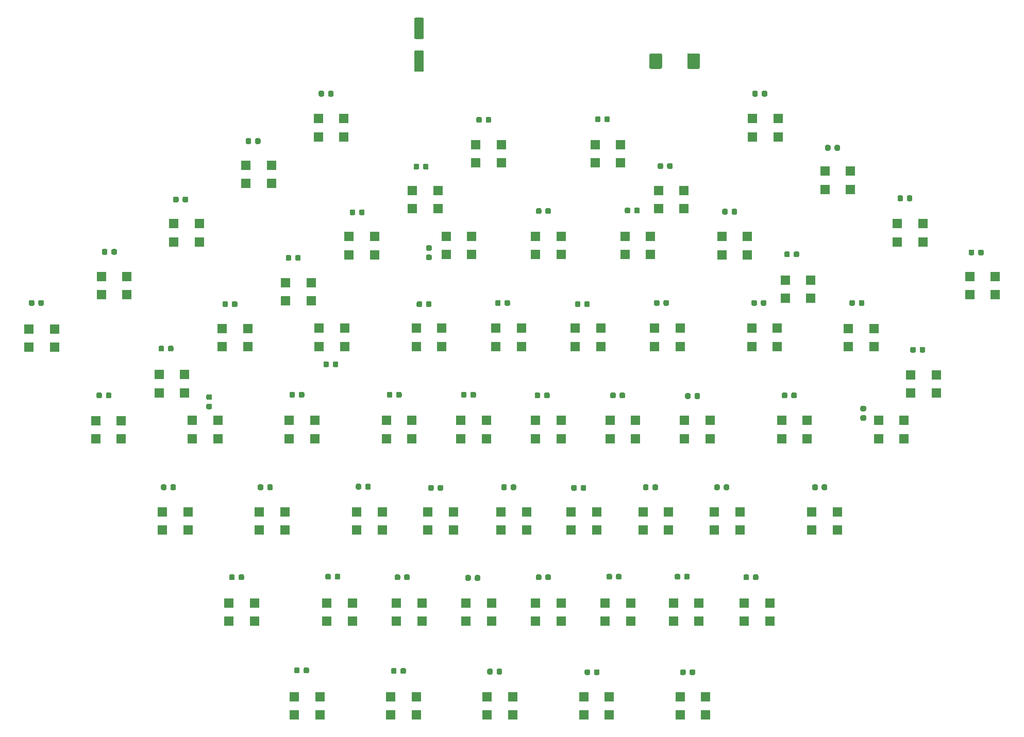
<source format=gbr>
%TF.GenerationSoftware,KiCad,Pcbnew,(5.1.7-0-10_14)*%
%TF.CreationDate,2021-04-06T14:55:12+02:00*%
%TF.ProjectId,MDMA,4d444d41-2e6b-4696-9361-645f70636258,rev?*%
%TF.SameCoordinates,Original*%
%TF.FileFunction,Paste,Top*%
%TF.FilePolarity,Positive*%
%FSLAX46Y46*%
G04 Gerber Fmt 4.6, Leading zero omitted, Abs format (unit mm)*
G04 Created by KiCad (PCBNEW (5.1.7-0-10_14)) date 2021-04-06 14:55:12*
%MOMM*%
%LPD*%
G01*
G04 APERTURE LIST*
%ADD10R,1.500000X1.500000*%
G04 APERTURE END LIST*
%TO.C,C64*%
G36*
G01*
X167975000Y-64925000D02*
X167975000Y-62875000D01*
G75*
G02*
X168225000Y-62625000I250000J0D01*
G01*
X169800000Y-62625000D01*
G75*
G02*
X170050000Y-62875000I0J-250000D01*
G01*
X170050000Y-64925000D01*
G75*
G02*
X169800000Y-65175000I-250000J0D01*
G01*
X168225000Y-65175000D01*
G75*
G02*
X167975000Y-64925000I0J250000D01*
G01*
G37*
G36*
G01*
X161750000Y-64925000D02*
X161750000Y-62875000D01*
G75*
G02*
X162000000Y-62625000I250000J0D01*
G01*
X163575000Y-62625000D01*
G75*
G02*
X163825000Y-62875000I0J-250000D01*
G01*
X163825000Y-64925000D01*
G75*
G02*
X163575000Y-65175000I-250000J0D01*
G01*
X162000000Y-65175000D01*
G75*
G02*
X161750000Y-64925000I0J250000D01*
G01*
G37*
%TD*%
%TO.C,C63*%
G36*
G01*
X124450000Y-60250000D02*
X123350000Y-60250000D01*
G75*
G02*
X123100000Y-60000000I0J250000D01*
G01*
X123100000Y-57000000D01*
G75*
G02*
X123350000Y-56750000I250000J0D01*
G01*
X124450000Y-56750000D01*
G75*
G02*
X124700000Y-57000000I0J-250000D01*
G01*
X124700000Y-60000000D01*
G75*
G02*
X124450000Y-60250000I-250000J0D01*
G01*
G37*
G36*
G01*
X124450000Y-65650000D02*
X123350000Y-65650000D01*
G75*
G02*
X123100000Y-65400000I0J250000D01*
G01*
X123100000Y-62400000D01*
G75*
G02*
X123350000Y-62150000I250000J0D01*
G01*
X124450000Y-62150000D01*
G75*
G02*
X124700000Y-62400000I0J-250000D01*
G01*
X124700000Y-65400000D01*
G75*
G02*
X124450000Y-65650000I-250000J0D01*
G01*
G37*
%TD*%
%TO.C,C1*%
G36*
G01*
X168365000Y-164600000D02*
X168365000Y-164100000D01*
G75*
G02*
X168590000Y-163875000I225000J0D01*
G01*
X169040000Y-163875000D01*
G75*
G02*
X169265000Y-164100000I0J-225000D01*
G01*
X169265000Y-164600000D01*
G75*
G02*
X169040000Y-164825000I-225000J0D01*
G01*
X168590000Y-164825000D01*
G75*
G02*
X168365000Y-164600000I0J225000D01*
G01*
G37*
G36*
G01*
X166815000Y-164600000D02*
X166815000Y-164100000D01*
G75*
G02*
X167040000Y-163875000I225000J0D01*
G01*
X167490000Y-163875000D01*
G75*
G02*
X167715000Y-164100000I0J-225000D01*
G01*
X167715000Y-164600000D01*
G75*
G02*
X167490000Y-164825000I-225000J0D01*
G01*
X167040000Y-164825000D01*
G75*
G02*
X166815000Y-164600000I0J225000D01*
G01*
G37*
%TD*%
%TO.C,C2*%
G36*
G01*
X152665000Y-164600000D02*
X152665000Y-164100000D01*
G75*
G02*
X152890000Y-163875000I225000J0D01*
G01*
X153340000Y-163875000D01*
G75*
G02*
X153565000Y-164100000I0J-225000D01*
G01*
X153565000Y-164600000D01*
G75*
G02*
X153340000Y-164825000I-225000J0D01*
G01*
X152890000Y-164825000D01*
G75*
G02*
X152665000Y-164600000I0J225000D01*
G01*
G37*
G36*
G01*
X151115000Y-164600000D02*
X151115000Y-164100000D01*
G75*
G02*
X151340000Y-163875000I225000J0D01*
G01*
X151790000Y-163875000D01*
G75*
G02*
X152015000Y-164100000I0J-225000D01*
G01*
X152015000Y-164600000D01*
G75*
G02*
X151790000Y-164825000I-225000J0D01*
G01*
X151340000Y-164825000D01*
G75*
G02*
X151115000Y-164600000I0J225000D01*
G01*
G37*
%TD*%
%TO.C,C3*%
G36*
G01*
X162265000Y-134200000D02*
X162265000Y-133700000D01*
G75*
G02*
X162490000Y-133475000I225000J0D01*
G01*
X162940000Y-133475000D01*
G75*
G02*
X163165000Y-133700000I0J-225000D01*
G01*
X163165000Y-134200000D01*
G75*
G02*
X162940000Y-134425000I-225000J0D01*
G01*
X162490000Y-134425000D01*
G75*
G02*
X162265000Y-134200000I0J225000D01*
G01*
G37*
G36*
G01*
X160715000Y-134200000D02*
X160715000Y-133700000D01*
G75*
G02*
X160940000Y-133475000I225000J0D01*
G01*
X161390000Y-133475000D01*
G75*
G02*
X161615000Y-133700000I0J-225000D01*
G01*
X161615000Y-134200000D01*
G75*
G02*
X161390000Y-134425000I-225000J0D01*
G01*
X160940000Y-134425000D01*
G75*
G02*
X160715000Y-134200000I0J225000D01*
G01*
G37*
%TD*%
%TO.C,C4*%
G36*
G01*
X136665000Y-164500000D02*
X136665000Y-164000000D01*
G75*
G02*
X136890000Y-163775000I225000J0D01*
G01*
X137340000Y-163775000D01*
G75*
G02*
X137565000Y-164000000I0J-225000D01*
G01*
X137565000Y-164500000D01*
G75*
G02*
X137340000Y-164725000I-225000J0D01*
G01*
X136890000Y-164725000D01*
G75*
G02*
X136665000Y-164500000I0J225000D01*
G01*
G37*
G36*
G01*
X135115000Y-164500000D02*
X135115000Y-164000000D01*
G75*
G02*
X135340000Y-163775000I225000J0D01*
G01*
X135790000Y-163775000D01*
G75*
G02*
X136015000Y-164000000I0J-225000D01*
G01*
X136015000Y-164500000D01*
G75*
G02*
X135790000Y-164725000I-225000J0D01*
G01*
X135340000Y-164725000D01*
G75*
G02*
X135115000Y-164500000I0J225000D01*
G01*
G37*
%TD*%
%TO.C,C5*%
G36*
G01*
X173965000Y-134200000D02*
X173965000Y-133700000D01*
G75*
G02*
X174190000Y-133475000I225000J0D01*
G01*
X174640000Y-133475000D01*
G75*
G02*
X174865000Y-133700000I0J-225000D01*
G01*
X174865000Y-134200000D01*
G75*
G02*
X174640000Y-134425000I-225000J0D01*
G01*
X174190000Y-134425000D01*
G75*
G02*
X173965000Y-134200000I0J225000D01*
G01*
G37*
G36*
G01*
X172415000Y-134200000D02*
X172415000Y-133700000D01*
G75*
G02*
X172640000Y-133475000I225000J0D01*
G01*
X173090000Y-133475000D01*
G75*
G02*
X173315000Y-133700000I0J-225000D01*
G01*
X173315000Y-134200000D01*
G75*
G02*
X173090000Y-134425000I-225000J0D01*
G01*
X172640000Y-134425000D01*
G75*
G02*
X172415000Y-134200000I0J225000D01*
G01*
G37*
%TD*%
%TO.C,C6*%
G36*
G01*
X150465000Y-134300000D02*
X150465000Y-133800000D01*
G75*
G02*
X150690000Y-133575000I225000J0D01*
G01*
X151140000Y-133575000D01*
G75*
G02*
X151365000Y-133800000I0J-225000D01*
G01*
X151365000Y-134300000D01*
G75*
G02*
X151140000Y-134525000I-225000J0D01*
G01*
X150690000Y-134525000D01*
G75*
G02*
X150465000Y-134300000I0J225000D01*
G01*
G37*
G36*
G01*
X148915000Y-134300000D02*
X148915000Y-133800000D01*
G75*
G02*
X149140000Y-133575000I225000J0D01*
G01*
X149590000Y-133575000D01*
G75*
G02*
X149815000Y-133800000I0J-225000D01*
G01*
X149815000Y-134300000D01*
G75*
G02*
X149590000Y-134525000I-225000J0D01*
G01*
X149140000Y-134525000D01*
G75*
G02*
X148915000Y-134300000I0J225000D01*
G01*
G37*
%TD*%
%TO.C,C7*%
G36*
G01*
X120865000Y-164400000D02*
X120865000Y-163900000D01*
G75*
G02*
X121090000Y-163675000I225000J0D01*
G01*
X121540000Y-163675000D01*
G75*
G02*
X121765000Y-163900000I0J-225000D01*
G01*
X121765000Y-164400000D01*
G75*
G02*
X121540000Y-164625000I-225000J0D01*
G01*
X121090000Y-164625000D01*
G75*
G02*
X120865000Y-164400000I0J225000D01*
G01*
G37*
G36*
G01*
X119315000Y-164400000D02*
X119315000Y-163900000D01*
G75*
G02*
X119540000Y-163675000I225000J0D01*
G01*
X119990000Y-163675000D01*
G75*
G02*
X120215000Y-163900000I0J-225000D01*
G01*
X120215000Y-164400000D01*
G75*
G02*
X119990000Y-164625000I-225000J0D01*
G01*
X119540000Y-164625000D01*
G75*
G02*
X119315000Y-164400000I0J225000D01*
G01*
G37*
%TD*%
%TO.C,C8*%
G36*
G01*
X190065000Y-134200000D02*
X190065000Y-133700000D01*
G75*
G02*
X190290000Y-133475000I225000J0D01*
G01*
X190740000Y-133475000D01*
G75*
G02*
X190965000Y-133700000I0J-225000D01*
G01*
X190965000Y-134200000D01*
G75*
G02*
X190740000Y-134425000I-225000J0D01*
G01*
X190290000Y-134425000D01*
G75*
G02*
X190065000Y-134200000I0J225000D01*
G01*
G37*
G36*
G01*
X188515000Y-134200000D02*
X188515000Y-133700000D01*
G75*
G02*
X188740000Y-133475000I225000J0D01*
G01*
X189190000Y-133475000D01*
G75*
G02*
X189415000Y-133700000I0J-225000D01*
G01*
X189415000Y-134200000D01*
G75*
G02*
X189190000Y-134425000I-225000J0D01*
G01*
X188740000Y-134425000D01*
G75*
G02*
X188515000Y-134200000I0J225000D01*
G01*
G37*
%TD*%
%TO.C,C9*%
G36*
G01*
X138965000Y-134200000D02*
X138965000Y-133700000D01*
G75*
G02*
X139190000Y-133475000I225000J0D01*
G01*
X139640000Y-133475000D01*
G75*
G02*
X139865000Y-133700000I0J-225000D01*
G01*
X139865000Y-134200000D01*
G75*
G02*
X139640000Y-134425000I-225000J0D01*
G01*
X139190000Y-134425000D01*
G75*
G02*
X138965000Y-134200000I0J225000D01*
G01*
G37*
G36*
G01*
X137415000Y-134200000D02*
X137415000Y-133700000D01*
G75*
G02*
X137640000Y-133475000I225000J0D01*
G01*
X138090000Y-133475000D01*
G75*
G02*
X138315000Y-133700000I0J-225000D01*
G01*
X138315000Y-134200000D01*
G75*
G02*
X138090000Y-134425000I-225000J0D01*
G01*
X137640000Y-134425000D01*
G75*
G02*
X137415000Y-134200000I0J225000D01*
G01*
G37*
%TD*%
%TO.C,C10*%
G36*
G01*
X104940000Y-164300000D02*
X104940000Y-163800000D01*
G75*
G02*
X105165000Y-163575000I225000J0D01*
G01*
X105615000Y-163575000D01*
G75*
G02*
X105840000Y-163800000I0J-225000D01*
G01*
X105840000Y-164300000D01*
G75*
G02*
X105615000Y-164525000I-225000J0D01*
G01*
X105165000Y-164525000D01*
G75*
G02*
X104940000Y-164300000I0J225000D01*
G01*
G37*
G36*
G01*
X103390000Y-164300000D02*
X103390000Y-163800000D01*
G75*
G02*
X103615000Y-163575000I225000J0D01*
G01*
X104065000Y-163575000D01*
G75*
G02*
X104290000Y-163800000I0J-225000D01*
G01*
X104290000Y-164300000D01*
G75*
G02*
X104065000Y-164525000I-225000J0D01*
G01*
X103615000Y-164525000D01*
G75*
G02*
X103390000Y-164300000I0J225000D01*
G01*
G37*
%TD*%
%TO.C,C11*%
G36*
G01*
X115065000Y-134100000D02*
X115065000Y-133600000D01*
G75*
G02*
X115290000Y-133375000I225000J0D01*
G01*
X115740000Y-133375000D01*
G75*
G02*
X115965000Y-133600000I0J-225000D01*
G01*
X115965000Y-134100000D01*
G75*
G02*
X115740000Y-134325000I-225000J0D01*
G01*
X115290000Y-134325000D01*
G75*
G02*
X115065000Y-134100000I0J225000D01*
G01*
G37*
G36*
G01*
X113515000Y-134100000D02*
X113515000Y-133600000D01*
G75*
G02*
X113740000Y-133375000I225000J0D01*
G01*
X114190000Y-133375000D01*
G75*
G02*
X114415000Y-133600000I0J-225000D01*
G01*
X114415000Y-134100000D01*
G75*
G02*
X114190000Y-134325000I-225000J0D01*
G01*
X113740000Y-134325000D01*
G75*
G02*
X113515000Y-134100000I0J225000D01*
G01*
G37*
%TD*%
%TO.C,C12*%
G36*
G01*
X178765000Y-149000000D02*
X178765000Y-148500000D01*
G75*
G02*
X178990000Y-148275000I225000J0D01*
G01*
X179440000Y-148275000D01*
G75*
G02*
X179665000Y-148500000I0J-225000D01*
G01*
X179665000Y-149000000D01*
G75*
G02*
X179440000Y-149225000I-225000J0D01*
G01*
X178990000Y-149225000D01*
G75*
G02*
X178765000Y-149000000I0J225000D01*
G01*
G37*
G36*
G01*
X177215000Y-149000000D02*
X177215000Y-148500000D01*
G75*
G02*
X177440000Y-148275000I225000J0D01*
G01*
X177890000Y-148275000D01*
G75*
G02*
X178115000Y-148500000I0J-225000D01*
G01*
X178115000Y-149000000D01*
G75*
G02*
X177890000Y-149225000I-225000J0D01*
G01*
X177440000Y-149225000D01*
G75*
G02*
X177215000Y-149000000I0J225000D01*
G01*
G37*
%TD*%
%TO.C,C13*%
G36*
G01*
X126965000Y-134300000D02*
X126965000Y-133800000D01*
G75*
G02*
X127190000Y-133575000I225000J0D01*
G01*
X127640000Y-133575000D01*
G75*
G02*
X127865000Y-133800000I0J-225000D01*
G01*
X127865000Y-134300000D01*
G75*
G02*
X127640000Y-134525000I-225000J0D01*
G01*
X127190000Y-134525000D01*
G75*
G02*
X126965000Y-134300000I0J225000D01*
G01*
G37*
G36*
G01*
X125415000Y-134300000D02*
X125415000Y-133800000D01*
G75*
G02*
X125640000Y-133575000I225000J0D01*
G01*
X126090000Y-133575000D01*
G75*
G02*
X126315000Y-133800000I0J-225000D01*
G01*
X126315000Y-134300000D01*
G75*
G02*
X126090000Y-134525000I-225000J0D01*
G01*
X125640000Y-134525000D01*
G75*
G02*
X125415000Y-134300000I0J225000D01*
G01*
G37*
%TD*%
%TO.C,C14*%
G36*
G01*
X94265000Y-149000000D02*
X94265000Y-148500000D01*
G75*
G02*
X94490000Y-148275000I225000J0D01*
G01*
X94940000Y-148275000D01*
G75*
G02*
X95165000Y-148500000I0J-225000D01*
G01*
X95165000Y-149000000D01*
G75*
G02*
X94940000Y-149225000I-225000J0D01*
G01*
X94490000Y-149225000D01*
G75*
G02*
X94265000Y-149000000I0J225000D01*
G01*
G37*
G36*
G01*
X92715000Y-149000000D02*
X92715000Y-148500000D01*
G75*
G02*
X92940000Y-148275000I225000J0D01*
G01*
X93390000Y-148275000D01*
G75*
G02*
X93615000Y-148500000I0J-225000D01*
G01*
X93615000Y-149000000D01*
G75*
G02*
X93390000Y-149225000I-225000J0D01*
G01*
X92940000Y-149225000D01*
G75*
G02*
X92715000Y-149000000I0J225000D01*
G01*
G37*
%TD*%
%TO.C,C15*%
G36*
G01*
X185065000Y-119100000D02*
X185065000Y-118600000D01*
G75*
G02*
X185290000Y-118375000I225000J0D01*
G01*
X185740000Y-118375000D01*
G75*
G02*
X185965000Y-118600000I0J-225000D01*
G01*
X185965000Y-119100000D01*
G75*
G02*
X185740000Y-119325000I-225000J0D01*
G01*
X185290000Y-119325000D01*
G75*
G02*
X185065000Y-119100000I0J225000D01*
G01*
G37*
G36*
G01*
X183515000Y-119100000D02*
X183515000Y-118600000D01*
G75*
G02*
X183740000Y-118375000I225000J0D01*
G01*
X184190000Y-118375000D01*
G75*
G02*
X184415000Y-118600000I0J-225000D01*
G01*
X184415000Y-119100000D01*
G75*
G02*
X184190000Y-119325000I-225000J0D01*
G01*
X183740000Y-119325000D01*
G75*
G02*
X183515000Y-119100000I0J225000D01*
G01*
G37*
%TD*%
%TO.C,C16*%
G36*
G01*
X167465000Y-148900000D02*
X167465000Y-148400000D01*
G75*
G02*
X167690000Y-148175000I225000J0D01*
G01*
X168140000Y-148175000D01*
G75*
G02*
X168365000Y-148400000I0J-225000D01*
G01*
X168365000Y-148900000D01*
G75*
G02*
X168140000Y-149125000I-225000J0D01*
G01*
X167690000Y-149125000D01*
G75*
G02*
X167465000Y-148900000I0J225000D01*
G01*
G37*
G36*
G01*
X165915000Y-148900000D02*
X165915000Y-148400000D01*
G75*
G02*
X166140000Y-148175000I225000J0D01*
G01*
X166590000Y-148175000D01*
G75*
G02*
X166815000Y-148400000I0J-225000D01*
G01*
X166815000Y-148900000D01*
G75*
G02*
X166590000Y-149125000I-225000J0D01*
G01*
X166140000Y-149125000D01*
G75*
G02*
X165915000Y-148900000I0J225000D01*
G01*
G37*
%TD*%
%TO.C,C17*%
G36*
G01*
X72465000Y-119100000D02*
X72465000Y-118600000D01*
G75*
G02*
X72690000Y-118375000I225000J0D01*
G01*
X73140000Y-118375000D01*
G75*
G02*
X73365000Y-118600000I0J-225000D01*
G01*
X73365000Y-119100000D01*
G75*
G02*
X73140000Y-119325000I-225000J0D01*
G01*
X72690000Y-119325000D01*
G75*
G02*
X72465000Y-119100000I0J225000D01*
G01*
G37*
G36*
G01*
X70915000Y-119100000D02*
X70915000Y-118600000D01*
G75*
G02*
X71140000Y-118375000I225000J0D01*
G01*
X71590000Y-118375000D01*
G75*
G02*
X71815000Y-118600000I0J-225000D01*
G01*
X71815000Y-119100000D01*
G75*
G02*
X71590000Y-119325000I-225000J0D01*
G01*
X71140000Y-119325000D01*
G75*
G02*
X70915000Y-119100000I0J225000D01*
G01*
G37*
%TD*%
%TO.C,C18*%
G36*
G01*
X110065000Y-148900000D02*
X110065000Y-148400000D01*
G75*
G02*
X110290000Y-148175000I225000J0D01*
G01*
X110740000Y-148175000D01*
G75*
G02*
X110965000Y-148400000I0J-225000D01*
G01*
X110965000Y-148900000D01*
G75*
G02*
X110740000Y-149125000I-225000J0D01*
G01*
X110290000Y-149125000D01*
G75*
G02*
X110065000Y-148900000I0J225000D01*
G01*
G37*
G36*
G01*
X108515000Y-148900000D02*
X108515000Y-148400000D01*
G75*
G02*
X108740000Y-148175000I225000J0D01*
G01*
X109190000Y-148175000D01*
G75*
G02*
X109415000Y-148400000I0J-225000D01*
G01*
X109415000Y-148900000D01*
G75*
G02*
X109190000Y-149125000I-225000J0D01*
G01*
X108740000Y-149125000D01*
G75*
G02*
X108515000Y-148900000I0J225000D01*
G01*
G37*
%TD*%
%TO.C,C19*%
G36*
G01*
X98965000Y-134200000D02*
X98965000Y-133700000D01*
G75*
G02*
X99190000Y-133475000I225000J0D01*
G01*
X99640000Y-133475000D01*
G75*
G02*
X99865000Y-133700000I0J-225000D01*
G01*
X99865000Y-134200000D01*
G75*
G02*
X99640000Y-134425000I-225000J0D01*
G01*
X99190000Y-134425000D01*
G75*
G02*
X98965000Y-134200000I0J225000D01*
G01*
G37*
G36*
G01*
X97415000Y-134200000D02*
X97415000Y-133700000D01*
G75*
G02*
X97640000Y-133475000I225000J0D01*
G01*
X98090000Y-133475000D01*
G75*
G02*
X98315000Y-133700000I0J-225000D01*
G01*
X98315000Y-134200000D01*
G75*
G02*
X98090000Y-134425000I-225000J0D01*
G01*
X97640000Y-134425000D01*
G75*
G02*
X97415000Y-134200000I0J225000D01*
G01*
G37*
%TD*%
%TO.C,C20*%
G36*
G01*
X156865000Y-119100000D02*
X156865000Y-118600000D01*
G75*
G02*
X157090000Y-118375000I225000J0D01*
G01*
X157540000Y-118375000D01*
G75*
G02*
X157765000Y-118600000I0J-225000D01*
G01*
X157765000Y-119100000D01*
G75*
G02*
X157540000Y-119325000I-225000J0D01*
G01*
X157090000Y-119325000D01*
G75*
G02*
X156865000Y-119100000I0J225000D01*
G01*
G37*
G36*
G01*
X155315000Y-119100000D02*
X155315000Y-118600000D01*
G75*
G02*
X155540000Y-118375000I225000J0D01*
G01*
X155990000Y-118375000D01*
G75*
G02*
X156215000Y-118600000I0J-225000D01*
G01*
X156215000Y-119100000D01*
G75*
G02*
X155990000Y-119325000I-225000J0D01*
G01*
X155540000Y-119325000D01*
G75*
G02*
X155315000Y-119100000I0J225000D01*
G01*
G37*
%TD*%
%TO.C,C21*%
G36*
G01*
X156265000Y-148900000D02*
X156265000Y-148400000D01*
G75*
G02*
X156490000Y-148175000I225000J0D01*
G01*
X156940000Y-148175000D01*
G75*
G02*
X157165000Y-148400000I0J-225000D01*
G01*
X157165000Y-148900000D01*
G75*
G02*
X156940000Y-149125000I-225000J0D01*
G01*
X156490000Y-149125000D01*
G75*
G02*
X156265000Y-148900000I0J225000D01*
G01*
G37*
G36*
G01*
X154715000Y-148900000D02*
X154715000Y-148400000D01*
G75*
G02*
X154940000Y-148175000I225000J0D01*
G01*
X155390000Y-148175000D01*
G75*
G02*
X155615000Y-148400000I0J-225000D01*
G01*
X155615000Y-148900000D01*
G75*
G02*
X155390000Y-149125000I-225000J0D01*
G01*
X154940000Y-149125000D01*
G75*
G02*
X154715000Y-148900000I0J225000D01*
G01*
G37*
%TD*%
%TO.C,C22*%
G36*
G01*
X93165000Y-104100000D02*
X93165000Y-103600000D01*
G75*
G02*
X93390000Y-103375000I225000J0D01*
G01*
X93840000Y-103375000D01*
G75*
G02*
X94065000Y-103600000I0J-225000D01*
G01*
X94065000Y-104100000D01*
G75*
G02*
X93840000Y-104325000I-225000J0D01*
G01*
X93390000Y-104325000D01*
G75*
G02*
X93165000Y-104100000I0J225000D01*
G01*
G37*
G36*
G01*
X91615000Y-104100000D02*
X91615000Y-103600000D01*
G75*
G02*
X91840000Y-103375000I225000J0D01*
G01*
X92290000Y-103375000D01*
G75*
G02*
X92515000Y-103600000I0J-225000D01*
G01*
X92515000Y-104100000D01*
G75*
G02*
X92290000Y-104325000I-225000J0D01*
G01*
X91840000Y-104325000D01*
G75*
G02*
X91615000Y-104100000I0J225000D01*
G01*
G37*
%TD*%
%TO.C,C23*%
G36*
G01*
X83065000Y-134200000D02*
X83065000Y-133700000D01*
G75*
G02*
X83290000Y-133475000I225000J0D01*
G01*
X83740000Y-133475000D01*
G75*
G02*
X83965000Y-133700000I0J-225000D01*
G01*
X83965000Y-134200000D01*
G75*
G02*
X83740000Y-134425000I-225000J0D01*
G01*
X83290000Y-134425000D01*
G75*
G02*
X83065000Y-134200000I0J225000D01*
G01*
G37*
G36*
G01*
X81515000Y-134200000D02*
X81515000Y-133700000D01*
G75*
G02*
X81740000Y-133475000I225000J0D01*
G01*
X82190000Y-133475000D01*
G75*
G02*
X82415000Y-133700000I0J-225000D01*
G01*
X82415000Y-134200000D01*
G75*
G02*
X82190000Y-134425000I-225000J0D01*
G01*
X81740000Y-134425000D01*
G75*
G02*
X81515000Y-134200000I0J225000D01*
G01*
G37*
%TD*%
%TO.C,C24*%
G36*
G01*
X121465000Y-149000000D02*
X121465000Y-148500000D01*
G75*
G02*
X121690000Y-148275000I225000J0D01*
G01*
X122140000Y-148275000D01*
G75*
G02*
X122365000Y-148500000I0J-225000D01*
G01*
X122365000Y-149000000D01*
G75*
G02*
X122140000Y-149225000I-225000J0D01*
G01*
X121690000Y-149225000D01*
G75*
G02*
X121465000Y-149000000I0J225000D01*
G01*
G37*
G36*
G01*
X119915000Y-149000000D02*
X119915000Y-148500000D01*
G75*
G02*
X120140000Y-148275000I225000J0D01*
G01*
X120590000Y-148275000D01*
G75*
G02*
X120815000Y-148500000I0J-225000D01*
G01*
X120815000Y-149000000D01*
G75*
G02*
X120590000Y-149225000I-225000J0D01*
G01*
X120140000Y-149225000D01*
G75*
G02*
X119915000Y-149000000I0J225000D01*
G01*
G37*
%TD*%
%TO.C,C25*%
G36*
G01*
X180065000Y-103900000D02*
X180065000Y-103400000D01*
G75*
G02*
X180290000Y-103175000I225000J0D01*
G01*
X180740000Y-103175000D01*
G75*
G02*
X180965000Y-103400000I0J-225000D01*
G01*
X180965000Y-103900000D01*
G75*
G02*
X180740000Y-104125000I-225000J0D01*
G01*
X180290000Y-104125000D01*
G75*
G02*
X180065000Y-103900000I0J225000D01*
G01*
G37*
G36*
G01*
X178515000Y-103900000D02*
X178515000Y-103400000D01*
G75*
G02*
X178740000Y-103175000I225000J0D01*
G01*
X179190000Y-103175000D01*
G75*
G02*
X179415000Y-103400000I0J-225000D01*
G01*
X179415000Y-103900000D01*
G75*
G02*
X179190000Y-104125000I-225000J0D01*
G01*
X178740000Y-104125000D01*
G75*
G02*
X178515000Y-103900000I0J225000D01*
G01*
G37*
%TD*%
%TO.C,C26*%
G36*
G01*
X144665000Y-149000000D02*
X144665000Y-148500000D01*
G75*
G02*
X144890000Y-148275000I225000J0D01*
G01*
X145340000Y-148275000D01*
G75*
G02*
X145565000Y-148500000I0J-225000D01*
G01*
X145565000Y-149000000D01*
G75*
G02*
X145340000Y-149225000I-225000J0D01*
G01*
X144890000Y-149225000D01*
G75*
G02*
X144665000Y-149000000I0J225000D01*
G01*
G37*
G36*
G01*
X143115000Y-149000000D02*
X143115000Y-148500000D01*
G75*
G02*
X143340000Y-148275000I225000J0D01*
G01*
X143790000Y-148275000D01*
G75*
G02*
X144015000Y-148500000I0J-225000D01*
G01*
X144015000Y-149000000D01*
G75*
G02*
X143790000Y-149225000I-225000J0D01*
G01*
X143340000Y-149225000D01*
G75*
G02*
X143115000Y-149000000I0J225000D01*
G01*
G37*
%TD*%
%TO.C,C27*%
G36*
G01*
X144465000Y-119100000D02*
X144465000Y-118600000D01*
G75*
G02*
X144690000Y-118375000I225000J0D01*
G01*
X145140000Y-118375000D01*
G75*
G02*
X145365000Y-118600000I0J-225000D01*
G01*
X145365000Y-119100000D01*
G75*
G02*
X145140000Y-119325000I-225000J0D01*
G01*
X144690000Y-119325000D01*
G75*
G02*
X144465000Y-119100000I0J225000D01*
G01*
G37*
G36*
G01*
X142915000Y-119100000D02*
X142915000Y-118600000D01*
G75*
G02*
X143140000Y-118375000I225000J0D01*
G01*
X143590000Y-118375000D01*
G75*
G02*
X143815000Y-118600000I0J-225000D01*
G01*
X143815000Y-119100000D01*
G75*
G02*
X143590000Y-119325000I-225000J0D01*
G01*
X143140000Y-119325000D01*
G75*
G02*
X142915000Y-119100000I0J225000D01*
G01*
G37*
%TD*%
%TO.C,C28*%
G36*
G01*
X206165000Y-111600000D02*
X206165000Y-111100000D01*
G75*
G02*
X206390000Y-110875000I225000J0D01*
G01*
X206840000Y-110875000D01*
G75*
G02*
X207065000Y-111100000I0J-225000D01*
G01*
X207065000Y-111600000D01*
G75*
G02*
X206840000Y-111825000I-225000J0D01*
G01*
X206390000Y-111825000D01*
G75*
G02*
X206165000Y-111600000I0J225000D01*
G01*
G37*
G36*
G01*
X204615000Y-111600000D02*
X204615000Y-111100000D01*
G75*
G02*
X204840000Y-110875000I225000J0D01*
G01*
X205290000Y-110875000D01*
G75*
G02*
X205515000Y-111100000I0J-225000D01*
G01*
X205515000Y-111600000D01*
G75*
G02*
X205290000Y-111825000I-225000J0D01*
G01*
X204840000Y-111825000D01*
G75*
G02*
X204615000Y-111600000I0J225000D01*
G01*
G37*
%TD*%
%TO.C,C29*%
G36*
G01*
X197140000Y-121465000D02*
X196640000Y-121465000D01*
G75*
G02*
X196415000Y-121240000I0J225000D01*
G01*
X196415000Y-120790000D01*
G75*
G02*
X196640000Y-120565000I225000J0D01*
G01*
X197140000Y-120565000D01*
G75*
G02*
X197365000Y-120790000I0J-225000D01*
G01*
X197365000Y-121240000D01*
G75*
G02*
X197140000Y-121465000I-225000J0D01*
G01*
G37*
G36*
G01*
X197140000Y-123015000D02*
X196640000Y-123015000D01*
G75*
G02*
X196415000Y-122790000I0J225000D01*
G01*
X196415000Y-122340000D01*
G75*
G02*
X196640000Y-122115000I225000J0D01*
G01*
X197140000Y-122115000D01*
G75*
G02*
X197365000Y-122340000I0J-225000D01*
G01*
X197365000Y-122790000D01*
G75*
G02*
X197140000Y-123015000I-225000J0D01*
G01*
G37*
%TD*%
%TO.C,C30*%
G36*
G01*
X196165000Y-103900000D02*
X196165000Y-103400000D01*
G75*
G02*
X196390000Y-103175000I225000J0D01*
G01*
X196840000Y-103175000D01*
G75*
G02*
X197065000Y-103400000I0J-225000D01*
G01*
X197065000Y-103900000D01*
G75*
G02*
X196840000Y-104125000I-225000J0D01*
G01*
X196390000Y-104125000D01*
G75*
G02*
X196165000Y-103900000I0J225000D01*
G01*
G37*
G36*
G01*
X194615000Y-103900000D02*
X194615000Y-103400000D01*
G75*
G02*
X194840000Y-103175000I225000J0D01*
G01*
X195290000Y-103175000D01*
G75*
G02*
X195515000Y-103400000I0J-225000D01*
G01*
X195515000Y-103900000D01*
G75*
G02*
X195290000Y-104125000I-225000J0D01*
G01*
X194840000Y-104125000D01*
G75*
G02*
X194615000Y-103900000I0J225000D01*
G01*
G37*
%TD*%
%TO.C,C31*%
G36*
G01*
X132365000Y-119000000D02*
X132365000Y-118500000D01*
G75*
G02*
X132590000Y-118275000I225000J0D01*
G01*
X133040000Y-118275000D01*
G75*
G02*
X133265000Y-118500000I0J-225000D01*
G01*
X133265000Y-119000000D01*
G75*
G02*
X133040000Y-119225000I-225000J0D01*
G01*
X132590000Y-119225000D01*
G75*
G02*
X132365000Y-119000000I0J225000D01*
G01*
G37*
G36*
G01*
X130815000Y-119000000D02*
X130815000Y-118500000D01*
G75*
G02*
X131040000Y-118275000I225000J0D01*
G01*
X131490000Y-118275000D01*
G75*
G02*
X131715000Y-118500000I0J-225000D01*
G01*
X131715000Y-119000000D01*
G75*
G02*
X131490000Y-119225000I-225000J0D01*
G01*
X131040000Y-119225000D01*
G75*
G02*
X130815000Y-119000000I0J225000D01*
G01*
G37*
%TD*%
%TO.C,C32*%
G36*
G01*
X133065000Y-149100000D02*
X133065000Y-148600000D01*
G75*
G02*
X133290000Y-148375000I225000J0D01*
G01*
X133740000Y-148375000D01*
G75*
G02*
X133965000Y-148600000I0J-225000D01*
G01*
X133965000Y-149100000D01*
G75*
G02*
X133740000Y-149325000I-225000J0D01*
G01*
X133290000Y-149325000D01*
G75*
G02*
X133065000Y-149100000I0J225000D01*
G01*
G37*
G36*
G01*
X131515000Y-149100000D02*
X131515000Y-148600000D01*
G75*
G02*
X131740000Y-148375000I225000J0D01*
G01*
X132190000Y-148375000D01*
G75*
G02*
X132415000Y-148600000I0J-225000D01*
G01*
X132415000Y-149100000D01*
G75*
G02*
X132190000Y-149325000I-225000J0D01*
G01*
X131740000Y-149325000D01*
G75*
G02*
X131515000Y-149100000I0J225000D01*
G01*
G37*
%TD*%
%TO.C,C33*%
G36*
G01*
X175265000Y-88900000D02*
X175265000Y-88400000D01*
G75*
G02*
X175490000Y-88175000I225000J0D01*
G01*
X175940000Y-88175000D01*
G75*
G02*
X176165000Y-88400000I0J-225000D01*
G01*
X176165000Y-88900000D01*
G75*
G02*
X175940000Y-89125000I-225000J0D01*
G01*
X175490000Y-89125000D01*
G75*
G02*
X175265000Y-88900000I0J225000D01*
G01*
G37*
G36*
G01*
X173715000Y-88900000D02*
X173715000Y-88400000D01*
G75*
G02*
X173940000Y-88175000I225000J0D01*
G01*
X174390000Y-88175000D01*
G75*
G02*
X174615000Y-88400000I0J-225000D01*
G01*
X174615000Y-88900000D01*
G75*
G02*
X174390000Y-89125000I-225000J0D01*
G01*
X173940000Y-89125000D01*
G75*
G02*
X173715000Y-88900000I0J225000D01*
G01*
G37*
%TD*%
%TO.C,C34*%
G36*
G01*
X169165000Y-119200000D02*
X169165000Y-118700000D01*
G75*
G02*
X169390000Y-118475000I225000J0D01*
G01*
X169840000Y-118475000D01*
G75*
G02*
X170065000Y-118700000I0J-225000D01*
G01*
X170065000Y-119200000D01*
G75*
G02*
X169840000Y-119425000I-225000J0D01*
G01*
X169390000Y-119425000D01*
G75*
G02*
X169165000Y-119200000I0J225000D01*
G01*
G37*
G36*
G01*
X167615000Y-119200000D02*
X167615000Y-118700000D01*
G75*
G02*
X167840000Y-118475000I225000J0D01*
G01*
X168290000Y-118475000D01*
G75*
G02*
X168515000Y-118700000I0J-225000D01*
G01*
X168515000Y-119200000D01*
G75*
G02*
X168290000Y-119425000I-225000J0D01*
G01*
X167840000Y-119425000D01*
G75*
G02*
X167615000Y-119200000I0J225000D01*
G01*
G37*
%TD*%
%TO.C,C35*%
G36*
G01*
X215765000Y-95600000D02*
X215765000Y-95100000D01*
G75*
G02*
X215990000Y-94875000I225000J0D01*
G01*
X216440000Y-94875000D01*
G75*
G02*
X216665000Y-95100000I0J-225000D01*
G01*
X216665000Y-95600000D01*
G75*
G02*
X216440000Y-95825000I-225000J0D01*
G01*
X215990000Y-95825000D01*
G75*
G02*
X215765000Y-95600000I0J225000D01*
G01*
G37*
G36*
G01*
X214215000Y-95600000D02*
X214215000Y-95100000D01*
G75*
G02*
X214440000Y-94875000I225000J0D01*
G01*
X214890000Y-94875000D01*
G75*
G02*
X215115000Y-95100000I0J-225000D01*
G01*
X215115000Y-95600000D01*
G75*
G02*
X214890000Y-95825000I-225000J0D01*
G01*
X214440000Y-95825000D01*
G75*
G02*
X214215000Y-95600000I0J225000D01*
G01*
G37*
%TD*%
%TO.C,C36*%
G36*
G01*
X164065000Y-103900000D02*
X164065000Y-103400000D01*
G75*
G02*
X164290000Y-103175000I225000J0D01*
G01*
X164740000Y-103175000D01*
G75*
G02*
X164965000Y-103400000I0J-225000D01*
G01*
X164965000Y-103900000D01*
G75*
G02*
X164740000Y-104125000I-225000J0D01*
G01*
X164290000Y-104125000D01*
G75*
G02*
X164065000Y-103900000I0J225000D01*
G01*
G37*
G36*
G01*
X162515000Y-103900000D02*
X162515000Y-103400000D01*
G75*
G02*
X162740000Y-103175000I225000J0D01*
G01*
X163190000Y-103175000D01*
G75*
G02*
X163415000Y-103400000I0J-225000D01*
G01*
X163415000Y-103900000D01*
G75*
G02*
X163190000Y-104125000I-225000J0D01*
G01*
X162740000Y-104125000D01*
G75*
G02*
X162515000Y-103900000I0J225000D01*
G01*
G37*
%TD*%
%TO.C,C37*%
G36*
G01*
X104165000Y-119000000D02*
X104165000Y-118500000D01*
G75*
G02*
X104390000Y-118275000I225000J0D01*
G01*
X104840000Y-118275000D01*
G75*
G02*
X105065000Y-118500000I0J-225000D01*
G01*
X105065000Y-119000000D01*
G75*
G02*
X104840000Y-119225000I-225000J0D01*
G01*
X104390000Y-119225000D01*
G75*
G02*
X104165000Y-119000000I0J225000D01*
G01*
G37*
G36*
G01*
X102615000Y-119000000D02*
X102615000Y-118500000D01*
G75*
G02*
X102840000Y-118275000I225000J0D01*
G01*
X103290000Y-118275000D01*
G75*
G02*
X103515000Y-118500000I0J-225000D01*
G01*
X103515000Y-119000000D01*
G75*
G02*
X103290000Y-119225000I-225000J0D01*
G01*
X102840000Y-119225000D01*
G75*
G02*
X102615000Y-119000000I0J225000D01*
G01*
G37*
%TD*%
%TO.C,C38*%
G36*
G01*
X180215000Y-69500000D02*
X180215000Y-69000000D01*
G75*
G02*
X180440000Y-68775000I225000J0D01*
G01*
X180890000Y-68775000D01*
G75*
G02*
X181115000Y-69000000I0J-225000D01*
G01*
X181115000Y-69500000D01*
G75*
G02*
X180890000Y-69725000I-225000J0D01*
G01*
X180440000Y-69725000D01*
G75*
G02*
X180215000Y-69500000I0J225000D01*
G01*
G37*
G36*
G01*
X178665000Y-69500000D02*
X178665000Y-69000000D01*
G75*
G02*
X178890000Y-68775000I225000J0D01*
G01*
X179340000Y-68775000D01*
G75*
G02*
X179565000Y-69000000I0J-225000D01*
G01*
X179565000Y-69500000D01*
G75*
G02*
X179340000Y-69725000I-225000J0D01*
G01*
X178890000Y-69725000D01*
G75*
G02*
X178665000Y-69500000I0J225000D01*
G01*
G37*
%TD*%
%TO.C,C39*%
G36*
G01*
X185465000Y-95900000D02*
X185465000Y-95400000D01*
G75*
G02*
X185690000Y-95175000I225000J0D01*
G01*
X186140000Y-95175000D01*
G75*
G02*
X186365000Y-95400000I0J-225000D01*
G01*
X186365000Y-95900000D01*
G75*
G02*
X186140000Y-96125000I-225000J0D01*
G01*
X185690000Y-96125000D01*
G75*
G02*
X185465000Y-95900000I0J225000D01*
G01*
G37*
G36*
G01*
X183915000Y-95900000D02*
X183915000Y-95400000D01*
G75*
G02*
X184140000Y-95175000I225000J0D01*
G01*
X184590000Y-95175000D01*
G75*
G02*
X184815000Y-95400000I0J-225000D01*
G01*
X184815000Y-95900000D01*
G75*
G02*
X184590000Y-96125000I-225000J0D01*
G01*
X184140000Y-96125000D01*
G75*
G02*
X183915000Y-95900000I0J225000D01*
G01*
G37*
%TD*%
%TO.C,C40*%
G36*
G01*
X89180000Y-120225000D02*
X89680000Y-120225000D01*
G75*
G02*
X89905000Y-120450000I0J-225000D01*
G01*
X89905000Y-120900000D01*
G75*
G02*
X89680000Y-121125000I-225000J0D01*
G01*
X89180000Y-121125000D01*
G75*
G02*
X88955000Y-120900000I0J225000D01*
G01*
X88955000Y-120450000D01*
G75*
G02*
X89180000Y-120225000I225000J0D01*
G01*
G37*
G36*
G01*
X89180000Y-118675000D02*
X89680000Y-118675000D01*
G75*
G02*
X89905000Y-118900000I0J-225000D01*
G01*
X89905000Y-119350000D01*
G75*
G02*
X89680000Y-119575000I-225000J0D01*
G01*
X89180000Y-119575000D01*
G75*
G02*
X88955000Y-119350000I0J225000D01*
G01*
X88955000Y-118900000D01*
G75*
G02*
X89180000Y-118675000I225000J0D01*
G01*
G37*
%TD*%
%TO.C,C41*%
G36*
G01*
X124565000Y-81500000D02*
X124565000Y-81000000D01*
G75*
G02*
X124790000Y-80775000I225000J0D01*
G01*
X125240000Y-80775000D01*
G75*
G02*
X125465000Y-81000000I0J-225000D01*
G01*
X125465000Y-81500000D01*
G75*
G02*
X125240000Y-81725000I-225000J0D01*
G01*
X124790000Y-81725000D01*
G75*
G02*
X124565000Y-81500000I0J225000D01*
G01*
G37*
G36*
G01*
X123015000Y-81500000D02*
X123015000Y-81000000D01*
G75*
G02*
X123240000Y-80775000I225000J0D01*
G01*
X123690000Y-80775000D01*
G75*
G02*
X123915000Y-81000000I0J-225000D01*
G01*
X123915000Y-81500000D01*
G75*
G02*
X123690000Y-81725000I-225000J0D01*
G01*
X123240000Y-81725000D01*
G75*
G02*
X123015000Y-81500000I0J225000D01*
G01*
G37*
%TD*%
%TO.C,C42*%
G36*
G01*
X120165000Y-119000000D02*
X120165000Y-118500000D01*
G75*
G02*
X120390000Y-118275000I225000J0D01*
G01*
X120840000Y-118275000D01*
G75*
G02*
X121065000Y-118500000I0J-225000D01*
G01*
X121065000Y-119000000D01*
G75*
G02*
X120840000Y-119225000I-225000J0D01*
G01*
X120390000Y-119225000D01*
G75*
G02*
X120165000Y-119000000I0J225000D01*
G01*
G37*
G36*
G01*
X118615000Y-119000000D02*
X118615000Y-118500000D01*
G75*
G02*
X118840000Y-118275000I225000J0D01*
G01*
X119290000Y-118275000D01*
G75*
G02*
X119515000Y-118500000I0J-225000D01*
G01*
X119515000Y-119000000D01*
G75*
G02*
X119290000Y-119225000I-225000J0D01*
G01*
X118840000Y-119225000D01*
G75*
G02*
X118615000Y-119000000I0J225000D01*
G01*
G37*
%TD*%
%TO.C,C43*%
G36*
G01*
X159265000Y-88700000D02*
X159265000Y-88200000D01*
G75*
G02*
X159490000Y-87975000I225000J0D01*
G01*
X159940000Y-87975000D01*
G75*
G02*
X160165000Y-88200000I0J-225000D01*
G01*
X160165000Y-88700000D01*
G75*
G02*
X159940000Y-88925000I-225000J0D01*
G01*
X159490000Y-88925000D01*
G75*
G02*
X159265000Y-88700000I0J225000D01*
G01*
G37*
G36*
G01*
X157715000Y-88700000D02*
X157715000Y-88200000D01*
G75*
G02*
X157940000Y-87975000I225000J0D01*
G01*
X158390000Y-87975000D01*
G75*
G02*
X158615000Y-88200000I0J-225000D01*
G01*
X158615000Y-88700000D01*
G75*
G02*
X158390000Y-88925000I-225000J0D01*
G01*
X157940000Y-88925000D01*
G75*
G02*
X157715000Y-88700000I0J225000D01*
G01*
G37*
%TD*%
%TO.C,C44*%
G36*
G01*
X192165000Y-78400000D02*
X192165000Y-77900000D01*
G75*
G02*
X192390000Y-77675000I225000J0D01*
G01*
X192840000Y-77675000D01*
G75*
G02*
X193065000Y-77900000I0J-225000D01*
G01*
X193065000Y-78400000D01*
G75*
G02*
X192840000Y-78625000I-225000J0D01*
G01*
X192390000Y-78625000D01*
G75*
G02*
X192165000Y-78400000I0J225000D01*
G01*
G37*
G36*
G01*
X190615000Y-78400000D02*
X190615000Y-77900000D01*
G75*
G02*
X190840000Y-77675000I225000J0D01*
G01*
X191290000Y-77675000D01*
G75*
G02*
X191515000Y-77900000I0J-225000D01*
G01*
X191515000Y-78400000D01*
G75*
G02*
X191290000Y-78625000I-225000J0D01*
G01*
X190840000Y-78625000D01*
G75*
G02*
X190615000Y-78400000I0J225000D01*
G01*
G37*
%TD*%
%TO.C,C45*%
G36*
G01*
X151065000Y-104100000D02*
X151065000Y-103600000D01*
G75*
G02*
X151290000Y-103375000I225000J0D01*
G01*
X151740000Y-103375000D01*
G75*
G02*
X151965000Y-103600000I0J-225000D01*
G01*
X151965000Y-104100000D01*
G75*
G02*
X151740000Y-104325000I-225000J0D01*
G01*
X151290000Y-104325000D01*
G75*
G02*
X151065000Y-104100000I0J225000D01*
G01*
G37*
G36*
G01*
X149515000Y-104100000D02*
X149515000Y-103600000D01*
G75*
G02*
X149740000Y-103375000I225000J0D01*
G01*
X150190000Y-103375000D01*
G75*
G02*
X150415000Y-103600000I0J-225000D01*
G01*
X150415000Y-104100000D01*
G75*
G02*
X150190000Y-104325000I-225000J0D01*
G01*
X149740000Y-104325000D01*
G75*
G02*
X149515000Y-104100000I0J225000D01*
G01*
G37*
%TD*%
%TO.C,C46*%
G36*
G01*
X134865000Y-73800000D02*
X134865000Y-73300000D01*
G75*
G02*
X135090000Y-73075000I225000J0D01*
G01*
X135540000Y-73075000D01*
G75*
G02*
X135765000Y-73300000I0J-225000D01*
G01*
X135765000Y-73800000D01*
G75*
G02*
X135540000Y-74025000I-225000J0D01*
G01*
X135090000Y-74025000D01*
G75*
G02*
X134865000Y-73800000I0J225000D01*
G01*
G37*
G36*
G01*
X133315000Y-73800000D02*
X133315000Y-73300000D01*
G75*
G02*
X133540000Y-73075000I225000J0D01*
G01*
X133990000Y-73075000D01*
G75*
G02*
X134215000Y-73300000I0J-225000D01*
G01*
X134215000Y-73800000D01*
G75*
G02*
X133990000Y-74025000I-225000J0D01*
G01*
X133540000Y-74025000D01*
G75*
G02*
X133315000Y-73800000I0J225000D01*
G01*
G37*
%TD*%
%TO.C,C47*%
G36*
G01*
X164665000Y-81400000D02*
X164665000Y-80900000D01*
G75*
G02*
X164890000Y-80675000I225000J0D01*
G01*
X165340000Y-80675000D01*
G75*
G02*
X165565000Y-80900000I0J-225000D01*
G01*
X165565000Y-81400000D01*
G75*
G02*
X165340000Y-81625000I-225000J0D01*
G01*
X164890000Y-81625000D01*
G75*
G02*
X164665000Y-81400000I0J225000D01*
G01*
G37*
G36*
G01*
X163115000Y-81400000D02*
X163115000Y-80900000D01*
G75*
G02*
X163340000Y-80675000I225000J0D01*
G01*
X163790000Y-80675000D01*
G75*
G02*
X164015000Y-80900000I0J-225000D01*
G01*
X164015000Y-81400000D01*
G75*
G02*
X163790000Y-81625000I-225000J0D01*
G01*
X163340000Y-81625000D01*
G75*
G02*
X163115000Y-81400000I0J225000D01*
G01*
G37*
%TD*%
%TO.C,C48*%
G36*
G01*
X82665000Y-111400000D02*
X82665000Y-110900000D01*
G75*
G02*
X82890000Y-110675000I225000J0D01*
G01*
X83340000Y-110675000D01*
G75*
G02*
X83565000Y-110900000I0J-225000D01*
G01*
X83565000Y-111400000D01*
G75*
G02*
X83340000Y-111625000I-225000J0D01*
G01*
X82890000Y-111625000D01*
G75*
G02*
X82665000Y-111400000I0J225000D01*
G01*
G37*
G36*
G01*
X81115000Y-111400000D02*
X81115000Y-110900000D01*
G75*
G02*
X81340000Y-110675000I225000J0D01*
G01*
X81790000Y-110675000D01*
G75*
G02*
X82015000Y-110900000I0J-225000D01*
G01*
X82015000Y-111400000D01*
G75*
G02*
X81790000Y-111625000I-225000J0D01*
G01*
X81340000Y-111625000D01*
G75*
G02*
X81115000Y-111400000I0J225000D01*
G01*
G37*
%TD*%
%TO.C,C49*%
G36*
G01*
X125280000Y-95715000D02*
X125780000Y-95715000D01*
G75*
G02*
X126005000Y-95940000I0J-225000D01*
G01*
X126005000Y-96390000D01*
G75*
G02*
X125780000Y-96615000I-225000J0D01*
G01*
X125280000Y-96615000D01*
G75*
G02*
X125055000Y-96390000I0J225000D01*
G01*
X125055000Y-95940000D01*
G75*
G02*
X125280000Y-95715000I225000J0D01*
G01*
G37*
G36*
G01*
X125280000Y-94165000D02*
X125780000Y-94165000D01*
G75*
G02*
X126005000Y-94390000I0J-225000D01*
G01*
X126005000Y-94840000D01*
G75*
G02*
X125780000Y-95065000I-225000J0D01*
G01*
X125280000Y-95065000D01*
G75*
G02*
X125055000Y-94840000I0J225000D01*
G01*
X125055000Y-94390000D01*
G75*
G02*
X125280000Y-94165000I225000J0D01*
G01*
G37*
%TD*%
%TO.C,C50*%
G36*
G01*
X137965000Y-103900000D02*
X137965000Y-103400000D01*
G75*
G02*
X138190000Y-103175000I225000J0D01*
G01*
X138640000Y-103175000D01*
G75*
G02*
X138865000Y-103400000I0J-225000D01*
G01*
X138865000Y-103900000D01*
G75*
G02*
X138640000Y-104125000I-225000J0D01*
G01*
X138190000Y-104125000D01*
G75*
G02*
X137965000Y-103900000I0J225000D01*
G01*
G37*
G36*
G01*
X136415000Y-103900000D02*
X136415000Y-103400000D01*
G75*
G02*
X136640000Y-103175000I225000J0D01*
G01*
X137090000Y-103175000D01*
G75*
G02*
X137315000Y-103400000I0J-225000D01*
G01*
X137315000Y-103900000D01*
G75*
G02*
X137090000Y-104125000I-225000J0D01*
G01*
X136640000Y-104125000D01*
G75*
G02*
X136415000Y-103900000I0J225000D01*
G01*
G37*
%TD*%
%TO.C,C51*%
G36*
G01*
X144665000Y-88800000D02*
X144665000Y-88300000D01*
G75*
G02*
X144890000Y-88075000I225000J0D01*
G01*
X145340000Y-88075000D01*
G75*
G02*
X145565000Y-88300000I0J-225000D01*
G01*
X145565000Y-88800000D01*
G75*
G02*
X145340000Y-89025000I-225000J0D01*
G01*
X144890000Y-89025000D01*
G75*
G02*
X144665000Y-88800000I0J225000D01*
G01*
G37*
G36*
G01*
X143115000Y-88800000D02*
X143115000Y-88300000D01*
G75*
G02*
X143340000Y-88075000I225000J0D01*
G01*
X143790000Y-88075000D01*
G75*
G02*
X144015000Y-88300000I0J-225000D01*
G01*
X144015000Y-88800000D01*
G75*
G02*
X143790000Y-89025000I-225000J0D01*
G01*
X143340000Y-89025000D01*
G75*
G02*
X143115000Y-88800000I0J225000D01*
G01*
G37*
%TD*%
%TO.C,C52*%
G36*
G01*
X114065000Y-89000000D02*
X114065000Y-88500000D01*
G75*
G02*
X114290000Y-88275000I225000J0D01*
G01*
X114740000Y-88275000D01*
G75*
G02*
X114965000Y-88500000I0J-225000D01*
G01*
X114965000Y-89000000D01*
G75*
G02*
X114740000Y-89225000I-225000J0D01*
G01*
X114290000Y-89225000D01*
G75*
G02*
X114065000Y-89000000I0J225000D01*
G01*
G37*
G36*
G01*
X112515000Y-89000000D02*
X112515000Y-88500000D01*
G75*
G02*
X112740000Y-88275000I225000J0D01*
G01*
X113190000Y-88275000D01*
G75*
G02*
X113415000Y-88500000I0J-225000D01*
G01*
X113415000Y-89000000D01*
G75*
G02*
X113190000Y-89225000I-225000J0D01*
G01*
X112740000Y-89225000D01*
G75*
G02*
X112515000Y-89000000I0J225000D01*
G01*
G37*
%TD*%
%TO.C,C53*%
G36*
G01*
X61365000Y-103900000D02*
X61365000Y-103400000D01*
G75*
G02*
X61590000Y-103175000I225000J0D01*
G01*
X62040000Y-103175000D01*
G75*
G02*
X62265000Y-103400000I0J-225000D01*
G01*
X62265000Y-103900000D01*
G75*
G02*
X62040000Y-104125000I-225000J0D01*
G01*
X61590000Y-104125000D01*
G75*
G02*
X61365000Y-103900000I0J225000D01*
G01*
G37*
G36*
G01*
X59815000Y-103900000D02*
X59815000Y-103400000D01*
G75*
G02*
X60040000Y-103175000I225000J0D01*
G01*
X60490000Y-103175000D01*
G75*
G02*
X60715000Y-103400000I0J-225000D01*
G01*
X60715000Y-103900000D01*
G75*
G02*
X60490000Y-104125000I-225000J0D01*
G01*
X60040000Y-104125000D01*
G75*
G02*
X59815000Y-103900000I0J225000D01*
G01*
G37*
%TD*%
%TO.C,C54*%
G36*
G01*
X109745000Y-113980000D02*
X109745000Y-113480000D01*
G75*
G02*
X109970000Y-113255000I225000J0D01*
G01*
X110420000Y-113255000D01*
G75*
G02*
X110645000Y-113480000I0J-225000D01*
G01*
X110645000Y-113980000D01*
G75*
G02*
X110420000Y-114205000I-225000J0D01*
G01*
X109970000Y-114205000D01*
G75*
G02*
X109745000Y-113980000I0J225000D01*
G01*
G37*
G36*
G01*
X108195000Y-113980000D02*
X108195000Y-113480000D01*
G75*
G02*
X108420000Y-113255000I225000J0D01*
G01*
X108870000Y-113255000D01*
G75*
G02*
X109095000Y-113480000I0J-225000D01*
G01*
X109095000Y-113980000D01*
G75*
G02*
X108870000Y-114205000I-225000J0D01*
G01*
X108420000Y-114205000D01*
G75*
G02*
X108195000Y-113980000I0J225000D01*
G01*
G37*
%TD*%
%TO.C,C55*%
G36*
G01*
X204065000Y-86700000D02*
X204065000Y-86200000D01*
G75*
G02*
X204290000Y-85975000I225000J0D01*
G01*
X204740000Y-85975000D01*
G75*
G02*
X204965000Y-86200000I0J-225000D01*
G01*
X204965000Y-86700000D01*
G75*
G02*
X204740000Y-86925000I-225000J0D01*
G01*
X204290000Y-86925000D01*
G75*
G02*
X204065000Y-86700000I0J225000D01*
G01*
G37*
G36*
G01*
X202515000Y-86700000D02*
X202515000Y-86200000D01*
G75*
G02*
X202740000Y-85975000I225000J0D01*
G01*
X203190000Y-85975000D01*
G75*
G02*
X203415000Y-86200000I0J-225000D01*
G01*
X203415000Y-86700000D01*
G75*
G02*
X203190000Y-86925000I-225000J0D01*
G01*
X202740000Y-86925000D01*
G75*
G02*
X202515000Y-86700000I0J225000D01*
G01*
G37*
%TD*%
%TO.C,C56*%
G36*
G01*
X73365000Y-95500000D02*
X73365000Y-95000000D01*
G75*
G02*
X73590000Y-94775000I225000J0D01*
G01*
X74040000Y-94775000D01*
G75*
G02*
X74265000Y-95000000I0J-225000D01*
G01*
X74265000Y-95500000D01*
G75*
G02*
X74040000Y-95725000I-225000J0D01*
G01*
X73590000Y-95725000D01*
G75*
G02*
X73365000Y-95500000I0J225000D01*
G01*
G37*
G36*
G01*
X71815000Y-95500000D02*
X71815000Y-95000000D01*
G75*
G02*
X72040000Y-94775000I225000J0D01*
G01*
X72490000Y-94775000D01*
G75*
G02*
X72715000Y-95000000I0J-225000D01*
G01*
X72715000Y-95500000D01*
G75*
G02*
X72490000Y-95725000I-225000J0D01*
G01*
X72040000Y-95725000D01*
G75*
G02*
X71815000Y-95500000I0J225000D01*
G01*
G37*
%TD*%
%TO.C,C57*%
G36*
G01*
X85065000Y-86900000D02*
X85065000Y-86400000D01*
G75*
G02*
X85290000Y-86175000I225000J0D01*
G01*
X85740000Y-86175000D01*
G75*
G02*
X85965000Y-86400000I0J-225000D01*
G01*
X85965000Y-86900000D01*
G75*
G02*
X85740000Y-87125000I-225000J0D01*
G01*
X85290000Y-87125000D01*
G75*
G02*
X85065000Y-86900000I0J225000D01*
G01*
G37*
G36*
G01*
X83515000Y-86900000D02*
X83515000Y-86400000D01*
G75*
G02*
X83740000Y-86175000I225000J0D01*
G01*
X84190000Y-86175000D01*
G75*
G02*
X84415000Y-86400000I0J-225000D01*
G01*
X84415000Y-86900000D01*
G75*
G02*
X84190000Y-87125000I-225000J0D01*
G01*
X83740000Y-87125000D01*
G75*
G02*
X83515000Y-86900000I0J225000D01*
G01*
G37*
%TD*%
%TO.C,C58*%
G36*
G01*
X103565000Y-96500000D02*
X103565000Y-96000000D01*
G75*
G02*
X103790000Y-95775000I225000J0D01*
G01*
X104240000Y-95775000D01*
G75*
G02*
X104465000Y-96000000I0J-225000D01*
G01*
X104465000Y-96500000D01*
G75*
G02*
X104240000Y-96725000I-225000J0D01*
G01*
X103790000Y-96725000D01*
G75*
G02*
X103565000Y-96500000I0J225000D01*
G01*
G37*
G36*
G01*
X102015000Y-96500000D02*
X102015000Y-96000000D01*
G75*
G02*
X102240000Y-95775000I225000J0D01*
G01*
X102690000Y-95775000D01*
G75*
G02*
X102915000Y-96000000I0J-225000D01*
G01*
X102915000Y-96500000D01*
G75*
G02*
X102690000Y-96725000I-225000J0D01*
G01*
X102240000Y-96725000D01*
G75*
G02*
X102015000Y-96500000I0J225000D01*
G01*
G37*
%TD*%
%TO.C,C59*%
G36*
G01*
X125065000Y-104100000D02*
X125065000Y-103600000D01*
G75*
G02*
X125290000Y-103375000I225000J0D01*
G01*
X125740000Y-103375000D01*
G75*
G02*
X125965000Y-103600000I0J-225000D01*
G01*
X125965000Y-104100000D01*
G75*
G02*
X125740000Y-104325000I-225000J0D01*
G01*
X125290000Y-104325000D01*
G75*
G02*
X125065000Y-104100000I0J225000D01*
G01*
G37*
G36*
G01*
X123515000Y-104100000D02*
X123515000Y-103600000D01*
G75*
G02*
X123740000Y-103375000I225000J0D01*
G01*
X124190000Y-103375000D01*
G75*
G02*
X124415000Y-103600000I0J-225000D01*
G01*
X124415000Y-104100000D01*
G75*
G02*
X124190000Y-104325000I-225000J0D01*
G01*
X123740000Y-104325000D01*
G75*
G02*
X123515000Y-104100000I0J225000D01*
G01*
G37*
%TD*%
%TO.C,C60*%
G36*
G01*
X108965000Y-69500000D02*
X108965000Y-69000000D01*
G75*
G02*
X109190000Y-68775000I225000J0D01*
G01*
X109640000Y-68775000D01*
G75*
G02*
X109865000Y-69000000I0J-225000D01*
G01*
X109865000Y-69500000D01*
G75*
G02*
X109640000Y-69725000I-225000J0D01*
G01*
X109190000Y-69725000D01*
G75*
G02*
X108965000Y-69500000I0J225000D01*
G01*
G37*
G36*
G01*
X107415000Y-69500000D02*
X107415000Y-69000000D01*
G75*
G02*
X107640000Y-68775000I225000J0D01*
G01*
X108090000Y-68775000D01*
G75*
G02*
X108315000Y-69000000I0J-225000D01*
G01*
X108315000Y-69500000D01*
G75*
G02*
X108090000Y-69725000I-225000J0D01*
G01*
X107640000Y-69725000D01*
G75*
G02*
X107415000Y-69500000I0J225000D01*
G01*
G37*
%TD*%
%TO.C,C61*%
G36*
G01*
X154365000Y-73700000D02*
X154365000Y-73200000D01*
G75*
G02*
X154590000Y-72975000I225000J0D01*
G01*
X155040000Y-72975000D01*
G75*
G02*
X155265000Y-73200000I0J-225000D01*
G01*
X155265000Y-73700000D01*
G75*
G02*
X155040000Y-73925000I-225000J0D01*
G01*
X154590000Y-73925000D01*
G75*
G02*
X154365000Y-73700000I0J225000D01*
G01*
G37*
G36*
G01*
X152815000Y-73700000D02*
X152815000Y-73200000D01*
G75*
G02*
X153040000Y-72975000I225000J0D01*
G01*
X153490000Y-72975000D01*
G75*
G02*
X153715000Y-73200000I0J-225000D01*
G01*
X153715000Y-73700000D01*
G75*
G02*
X153490000Y-73925000I-225000J0D01*
G01*
X153040000Y-73925000D01*
G75*
G02*
X152815000Y-73700000I0J225000D01*
G01*
G37*
%TD*%
%TO.C,C62*%
G36*
G01*
X96965000Y-77300000D02*
X96965000Y-76800000D01*
G75*
G02*
X97190000Y-76575000I225000J0D01*
G01*
X97640000Y-76575000D01*
G75*
G02*
X97865000Y-76800000I0J-225000D01*
G01*
X97865000Y-77300000D01*
G75*
G02*
X97640000Y-77525000I-225000J0D01*
G01*
X97190000Y-77525000D01*
G75*
G02*
X96965000Y-77300000I0J225000D01*
G01*
G37*
G36*
G01*
X95415000Y-77300000D02*
X95415000Y-76800000D01*
G75*
G02*
X95640000Y-76575000I225000J0D01*
G01*
X96090000Y-76575000D01*
G75*
G02*
X96315000Y-76800000I0J-225000D01*
G01*
X96315000Y-77300000D01*
G75*
G02*
X96090000Y-77525000I-225000J0D01*
G01*
X95640000Y-77525000D01*
G75*
G02*
X95415000Y-77300000I0J225000D01*
G01*
G37*
%TD*%
D10*
%TO.C,D1*%
X166816000Y-171372000D03*
X166816000Y-168372000D03*
X171016000Y-171372000D03*
X171016000Y-168372000D03*
%TD*%
%TO.C,D2*%
X150965000Y-171372000D03*
X150965000Y-168372000D03*
X155165000Y-171372000D03*
X155165000Y-168372000D03*
%TD*%
%TO.C,D3*%
X135115000Y-171372000D03*
X135115000Y-168372000D03*
X139315000Y-171372000D03*
X139315000Y-168372000D03*
%TD*%
%TO.C,D4*%
X119264000Y-171372000D03*
X119264000Y-168372000D03*
X123464000Y-171372000D03*
X123464000Y-168372000D03*
%TD*%
%TO.C,D5*%
X103413000Y-171372000D03*
X103413000Y-168372000D03*
X107613000Y-171372000D03*
X107613000Y-168372000D03*
%TD*%
%TO.C,D6*%
X177327000Y-155976000D03*
X177327000Y-152976000D03*
X181527000Y-155976000D03*
X181527000Y-152976000D03*
%TD*%
%TO.C,D7*%
X165698000Y-155976000D03*
X165698000Y-152976000D03*
X169898000Y-155976000D03*
X169898000Y-152976000D03*
%TD*%
%TO.C,D8*%
X154469000Y-155976000D03*
X154469000Y-152976000D03*
X158669000Y-155976000D03*
X158669000Y-152976000D03*
%TD*%
%TO.C,D9*%
X143040000Y-155976000D03*
X143040000Y-152976000D03*
X147240000Y-155976000D03*
X147240000Y-152976000D03*
%TD*%
%TO.C,D10*%
X131611000Y-155976000D03*
X131611000Y-152976000D03*
X135811000Y-155976000D03*
X135811000Y-152976000D03*
%TD*%
%TO.C,D11*%
X120182000Y-155976000D03*
X120182000Y-152976000D03*
X124382000Y-155976000D03*
X124382000Y-152976000D03*
%TD*%
%TO.C,D12*%
X108753000Y-155976000D03*
X108753000Y-152976000D03*
X112953000Y-155976000D03*
X112953000Y-152976000D03*
%TD*%
%TO.C,D13*%
X92681000Y-155976000D03*
X92681000Y-152976000D03*
X96881000Y-155976000D03*
X96881000Y-152976000D03*
%TD*%
%TO.C,D14*%
X188427000Y-141008000D03*
X188427000Y-138008000D03*
X192627000Y-141008000D03*
X192627000Y-138008000D03*
%TD*%
%TO.C,D15*%
X172429000Y-141008000D03*
X172429000Y-138008000D03*
X176629000Y-141008000D03*
X176629000Y-138008000D03*
%TD*%
%TO.C,D16*%
X160703000Y-141008000D03*
X160703000Y-138008000D03*
X164903000Y-141008000D03*
X164903000Y-138008000D03*
%TD*%
%TO.C,D17*%
X148918000Y-141008000D03*
X148918000Y-138008000D03*
X153118000Y-141008000D03*
X153118000Y-138008000D03*
%TD*%
%TO.C,D18*%
X137362000Y-141008000D03*
X137362000Y-138008000D03*
X141562000Y-141008000D03*
X141562000Y-138008000D03*
%TD*%
%TO.C,D19*%
X125377000Y-141008000D03*
X125377000Y-138008000D03*
X129577000Y-141008000D03*
X129577000Y-138008000D03*
%TD*%
%TO.C,D20*%
X113651000Y-141008000D03*
X113651000Y-138008000D03*
X117851000Y-141008000D03*
X117851000Y-138008000D03*
%TD*%
%TO.C,D21*%
X97652000Y-141008000D03*
X97652000Y-138008000D03*
X101852000Y-141008000D03*
X101852000Y-138008000D03*
%TD*%
%TO.C,D22*%
X81728000Y-141008000D03*
X81728000Y-138008000D03*
X85928000Y-141008000D03*
X85928000Y-138008000D03*
%TD*%
%TO.C,D23*%
X199410000Y-125954000D03*
X199410000Y-122954000D03*
X203610000Y-125954000D03*
X203610000Y-122954000D03*
%TD*%
%TO.C,D24*%
X183492000Y-125954000D03*
X183492000Y-122954000D03*
X187692000Y-125954000D03*
X187692000Y-122954000D03*
%TD*%
%TO.C,D25*%
X167531000Y-125954000D03*
X167531000Y-122954000D03*
X171731000Y-125954000D03*
X171731000Y-122954000D03*
%TD*%
%TO.C,D26*%
X155285000Y-125954000D03*
X155285000Y-122954000D03*
X159485000Y-125954000D03*
X159485000Y-122954000D03*
%TD*%
%TO.C,D27*%
X143040000Y-125954000D03*
X143040000Y-122954000D03*
X147240000Y-125954000D03*
X147240000Y-122954000D03*
%TD*%
%TO.C,D28*%
X130795000Y-125954000D03*
X130795000Y-122954000D03*
X134995000Y-125954000D03*
X134995000Y-122954000D03*
%TD*%
%TO.C,D29*%
X118549000Y-125954000D03*
X118549000Y-122954000D03*
X122749000Y-125954000D03*
X122749000Y-122954000D03*
%TD*%
%TO.C,D30*%
X102587000Y-125954000D03*
X102587000Y-122954000D03*
X106787000Y-125954000D03*
X106787000Y-122954000D03*
%TD*%
%TO.C,D31*%
X86670000Y-125954000D03*
X86670000Y-122954000D03*
X90870000Y-125954000D03*
X90870000Y-122954000D03*
%TD*%
%TO.C,D32*%
X178572000Y-110815000D03*
X178572000Y-107815000D03*
X182772000Y-110815000D03*
X182772000Y-107815000D03*
%TD*%
%TO.C,D33*%
X162633000Y-110815000D03*
X162633000Y-107815000D03*
X166833000Y-110815000D03*
X166833000Y-107815000D03*
%TD*%
%TO.C,D34*%
X149571000Y-110815000D03*
X149571000Y-107815000D03*
X153771000Y-110815000D03*
X153771000Y-107815000D03*
%TD*%
%TO.C,D35*%
X136509000Y-110815000D03*
X136509000Y-107815000D03*
X140709000Y-110815000D03*
X140709000Y-107815000D03*
%TD*%
%TO.C,D36*%
X123447000Y-110815000D03*
X123447000Y-107815000D03*
X127647000Y-110815000D03*
X127647000Y-107815000D03*
%TD*%
%TO.C,D37*%
X107508000Y-110815000D03*
X107508000Y-107815000D03*
X111708000Y-110815000D03*
X111708000Y-107815000D03*
%TD*%
%TO.C,D38*%
X157735000Y-95675000D03*
X157735000Y-92675000D03*
X161935000Y-95675000D03*
X161935000Y-92675000D03*
%TD*%
%TO.C,D39*%
X143040000Y-95675000D03*
X143040000Y-92675000D03*
X147240000Y-95675000D03*
X147240000Y-92675000D03*
%TD*%
%TO.C,D40*%
X128345000Y-95675000D03*
X128345000Y-92675000D03*
X132545000Y-95675000D03*
X132545000Y-92675000D03*
%TD*%
%TO.C,D41*%
X204693000Y-118450000D03*
X204693000Y-115450000D03*
X208893000Y-118450000D03*
X208893000Y-115450000D03*
%TD*%
%TO.C,D42*%
X194464000Y-110858000D03*
X194464000Y-107858000D03*
X198664000Y-110858000D03*
X198664000Y-107858000D03*
%TD*%
%TO.C,D43*%
X184071000Y-102893000D03*
X184071000Y-99893000D03*
X188271000Y-102893000D03*
X188271000Y-99893000D03*
%TD*%
%TO.C,D44*%
X173659000Y-95729000D03*
X173659000Y-92729000D03*
X177859000Y-95729000D03*
X177859000Y-92729000D03*
%TD*%
%TO.C,D45*%
X163248000Y-88165000D03*
X163248000Y-85165000D03*
X167448000Y-88165000D03*
X167448000Y-85165000D03*
%TD*%
%TO.C,D46*%
X152836000Y-80600000D03*
X152836000Y-77600000D03*
X157036000Y-80600000D03*
X157036000Y-77600000D03*
%TD*%
%TO.C,D47*%
X133244000Y-80600000D03*
X133244000Y-77600000D03*
X137444000Y-80600000D03*
X137444000Y-77600000D03*
%TD*%
%TO.C,D48*%
X122832000Y-88165000D03*
X122832000Y-85165000D03*
X127032000Y-88165000D03*
X127032000Y-85165000D03*
%TD*%
%TO.C,D49*%
X112421000Y-95729000D03*
X112421000Y-92729000D03*
X116621000Y-95729000D03*
X116621000Y-92729000D03*
%TD*%
%TO.C,D50*%
X102009000Y-103293000D03*
X102009000Y-100293000D03*
X106209000Y-103293000D03*
X106209000Y-100293000D03*
%TD*%
%TO.C,D51*%
X91598000Y-110858000D03*
X91598000Y-107858000D03*
X95798000Y-110858000D03*
X95798000Y-107858000D03*
%TD*%
%TO.C,D52*%
X81187000Y-118422000D03*
X81187000Y-115422000D03*
X85387000Y-118422000D03*
X85387000Y-115422000D03*
%TD*%
%TO.C,D53*%
X70775000Y-125986000D03*
X70775000Y-122986000D03*
X74975000Y-125986000D03*
X74975000Y-122986000D03*
%TD*%
%TO.C,D54*%
X214369000Y-102274000D03*
X214369000Y-99274000D03*
X218569000Y-102274000D03*
X218569000Y-99274000D03*
%TD*%
%TO.C,D55*%
X202481000Y-93636000D03*
X202481000Y-90636000D03*
X206681000Y-93636000D03*
X206681000Y-90636000D03*
%TD*%
%TO.C,D56*%
X190593000Y-84999000D03*
X190593000Y-81999000D03*
X194793000Y-84999000D03*
X194793000Y-81999000D03*
%TD*%
%TO.C,D57*%
X178705000Y-76362000D03*
X178705000Y-73362000D03*
X182905000Y-76362000D03*
X182905000Y-73362000D03*
%TD*%
%TO.C,D58*%
X107375000Y-76362000D03*
X107375000Y-73362000D03*
X111575000Y-76362000D03*
X111575000Y-73362000D03*
%TD*%
%TO.C,D59*%
X95487000Y-83999000D03*
X95487000Y-80999000D03*
X99687000Y-83999000D03*
X99687000Y-80999000D03*
%TD*%
%TO.C,D60*%
X83599000Y-93636000D03*
X83599000Y-90636000D03*
X87799000Y-93636000D03*
X87799000Y-90636000D03*
%TD*%
%TO.C,D61*%
X71711000Y-102274000D03*
X71711000Y-99274000D03*
X75911000Y-102274000D03*
X75911000Y-99274000D03*
%TD*%
%TO.C,D62*%
X59822000Y-110911000D03*
X59822000Y-107911000D03*
X64022000Y-110911000D03*
X64022000Y-107911000D03*
%TD*%
M02*

</source>
